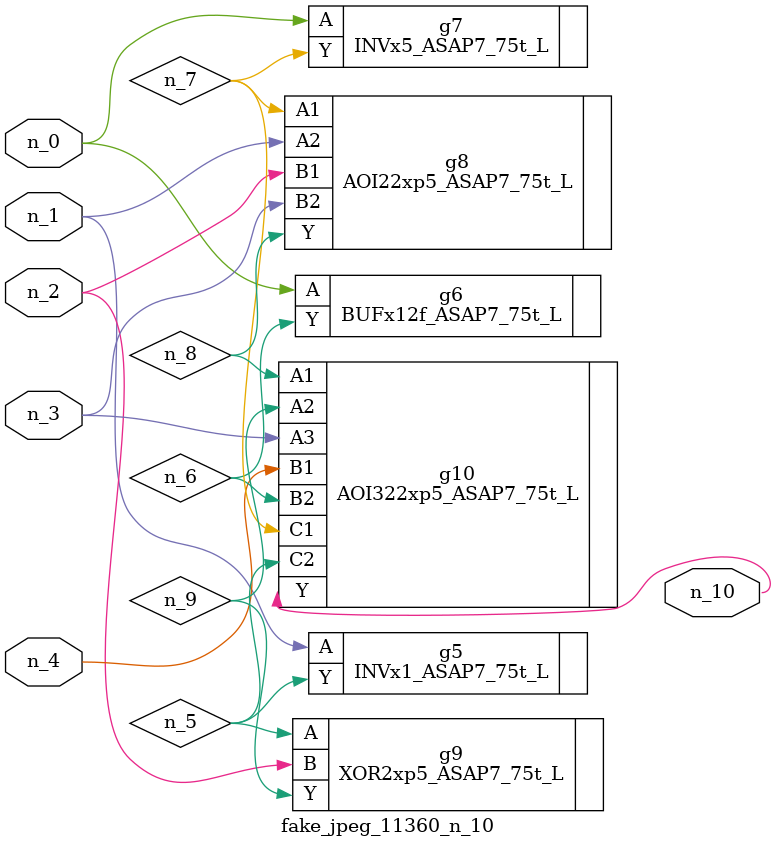
<source format=v>
module fake_jpeg_11360_n_10 (n_3, n_2, n_1, n_0, n_4, n_10);

input n_3;
input n_2;
input n_1;
input n_0;
input n_4;

output n_10;

wire n_8;
wire n_9;
wire n_6;
wire n_5;
wire n_7;

INVx1_ASAP7_75t_L g5 ( 
.A(n_1),
.Y(n_5)
);

BUFx12f_ASAP7_75t_L g6 ( 
.A(n_0),
.Y(n_6)
);

INVx5_ASAP7_75t_L g7 ( 
.A(n_0),
.Y(n_7)
);

AOI22xp5_ASAP7_75t_L g8 ( 
.A1(n_7),
.A2(n_1),
.B1(n_2),
.B2(n_3),
.Y(n_8)
);

AOI322xp5_ASAP7_75t_L g10 ( 
.A1(n_8),
.A2(n_9),
.A3(n_3),
.B1(n_4),
.B2(n_6),
.C1(n_7),
.C2(n_5),
.Y(n_10)
);

XOR2xp5_ASAP7_75t_L g9 ( 
.A(n_5),
.B(n_2),
.Y(n_9)
);


endmodule
</source>
